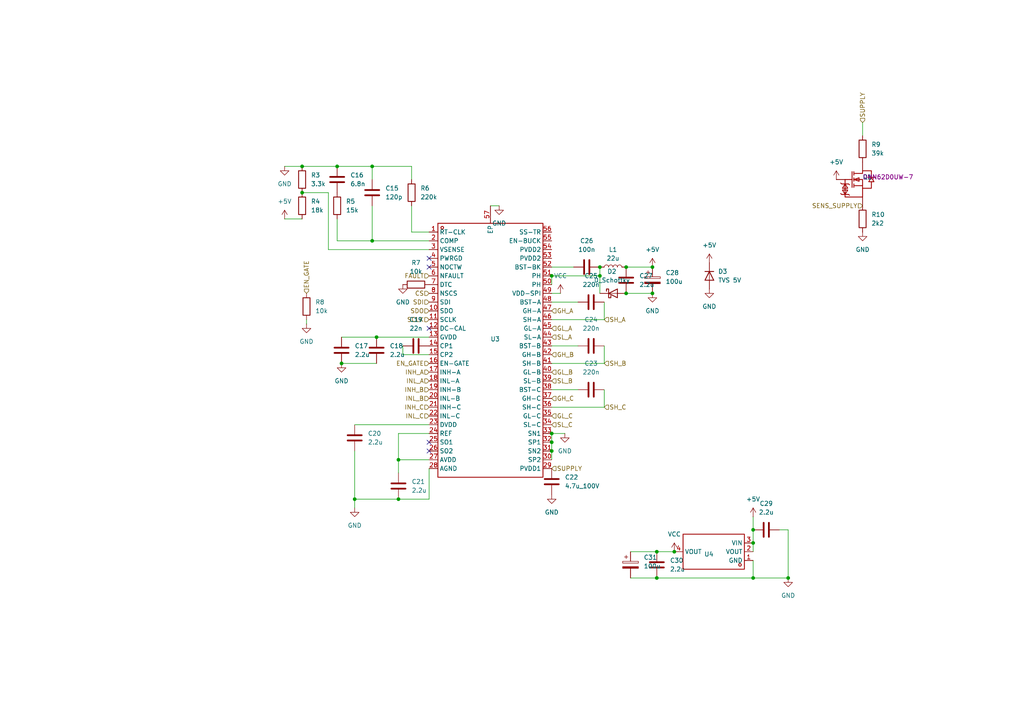
<source format=kicad_sch>
(kicad_sch (version 20231120) (generator "eeschema") (generator_version "8.0")
  (paper "A4")
  (lib_symbols
    (symbol "Device:C" (pin_numbers hide) (pin_names (offset 0.254))
      (property "Reference" "C" (at 0.635 2.54 0))
      (property "Value" "C" (at 0.635 -2.54 0))
      (symbol "C_0_1"
        (polyline (pts (xy -2.032 -0.762) (xy 2.032 -0.762)) (stroke (width 0.508)))
        (polyline (pts (xy -2.032 0.762) (xy 2.032 0.762)) (stroke (width 0.508)))
      )
      (symbol "C_1_1"
        (pin passive line (at 0 3.81 270) (length 2.794) (name "~") (number "1"))
        (pin passive line (at 0 -3.81 90) (length 2.794) (name "~") (number "2"))
      )
    )
    (symbol "Device:C_Polarized" (pin_numbers hide) (pin_names (offset 0.254))
      (property "Reference" "C" (at 0.635 2.54 0))
      (property "Value" "C_Polarized" (at 0.635 -2.54 0))
      (symbol "C_Polarized_0_1"
        (rectangle (start -2.286 0.508) (end 2.286 1.016))
        (polyline (pts (xy -1.778 2.286) (xy -0.762 2.286)))
        (polyline (pts (xy -1.27 2.794) (xy -1.27 1.778)))
        (rectangle (start 2.286 -0.508) (end -2.286 -1.016) (fill (type outline)))
      )
      (symbol "C_Polarized_1_1"
        (pin passive line (at 0 3.81 270) (length 2.794) (name "~") (number "1"))
        (pin passive line (at 0 -3.81 90) (length 2.794) (name "~") (number "2"))
      )
    )
    (symbol "Device:D" (pin_numbers hide) (pin_names (offset 1.016) hide)
      (property "Reference" "D" (at 0 2.54 0))
      (property "Value" "D" (at 0 -2.54 0))
      (symbol "D_0_1"
        (polyline (pts (xy -1.27 1.27) (xy -1.27 -1.27)) (stroke (width 0.254)))
        (polyline (pts (xy 1.27 0) (xy -1.27 0)))
        (polyline (pts (xy 1.27 1.27) (xy 1.27 -1.27) (xy -1.27 0) (xy 1.27 1.27)) (stroke (width 0.254)))
      )
      (symbol "D_1_1"
        (pin passive line (at -3.81 0 0) (length 2.54) (name "K") (number "1"))
        (pin passive line (at 3.81 0 180) (length 2.54) (name "A") (number "2"))
      )
    )
    (symbol "Device:D_Schottky" (pin_numbers hide) (pin_names (offset 1.016) hide)
      (property "Reference" "D" (at 0 2.54 0))
      (property "Value" "D_Schottky" (at 0 -2.54 0))
      (symbol "D_Schottky_0_1"
        (polyline (pts (xy 1.27 0) (xy -1.27 0)))
        (polyline (pts (xy 1.27 1.27) (xy 1.27 -1.27) (xy -1.27 0) (xy 1.27 1.27)) (stroke (width 0.254)))
        (polyline (pts (xy -1.905 0.635) (xy -1.905 1.27) (xy -1.27 1.27) (xy -1.27 -1.27) (xy -0.635 -1.27) (xy -0.635 -0.635)) (stroke (width 0.254)))
      )
      (symbol "D_Schottky_1_1"
        (pin passive line (at -3.81 0 0) (length 2.54) (name "K") (number "1"))
        (pin passive line (at 3.81 0 180) (length 2.54) (name "A") (number "2"))
      )
    )
    (symbol "Device:L" (pin_numbers hide) (pin_names (offset 1.016) hide)
      (property "Reference" "L" (at -1.27 0 90))
      (property "Value" "L" (at 1.905 0 90))
      (symbol "L_0_1"
        (arc (start 0 -2.54) (mid 0.6323 -1.905) (end 0 -1.27))
        (arc (start 0 -1.27) (mid 0.6323 -0.635) (end 0 0))
        (arc (start 0 0) (mid 0.6323 0.635) (end 0 1.27))
        (arc (start 0 1.27) (mid 0.6323 1.905) (end 0 2.54))
      )
      (symbol "L_1_1"
        (pin passive line (at 0 3.81 270) (length 1.27) (name "1") (number "1"))
        (pin passive line (at 0 -3.81 90) (length 1.27) (name "2") (number "2"))
      )
    )
    (symbol "Device:R" (pin_numbers hide) (pin_names (offset 0))
      (property "Reference" "R" (at 2.032 0 90))
      (property "Value" "R" (at 0 0 90))
      (symbol "R_0_1"
        (rectangle (start -1.016 -2.54) (end 1.016 2.54) (stroke (width 0.254)))
      )
      (symbol "R_1_1"
        (pin passive line (at 0 3.81 270) (length 1.27) (name "~") (number "1"))
        (pin passive line (at 0 -3.81 90) (length 1.27) (name "~") (number "2"))
      )
    )
    (symbol "eskate-altium-import:root_0_DMN62D0UW-7"
      (symbol "root_0_DMN62D0UW-7_1_0"
        (polyline (pts (xy -3.048 2.286) (xy -3.048 -2.286)) (stroke (width 0.254) (color 160 0 0 1)))
        (polyline (pts (xy -2.54 -2.286) (xy -2.54 -1.27)) (stroke (width 0.254) (color 160 0 0 1)))
        (polyline (pts (xy -2.54 -0.508) (xy -2.54 0.508)) (stroke (width 0.254) (color 160 0 0 1)))
        (polyline (pts (xy -2.54 2.286) (xy -2.54 1.27)) (stroke (width 0.254) (color 160 0 0 1)))
        (polyline (pts (xy 0 -1.778) (xy -2.54 -1.778)) (stroke (width 0.254) (color 160 0 0 1)))
        (polyline (pts (xy -5.08 -4.318) (xy -4.318 -3.048) (xy -4.318 -3.048) (xy -5.842 -3.048) (xy -5.842 -3.048) (xy -5.08 -4.318)) (stroke (width 0.254) (color 160 0 0 1)))
        (polyline (pts (xy -5.08 -1.27) (xy -5.842 -2.54) (xy -5.842 -2.54) (xy -4.318 -2.54) (xy -4.318 -2.54) (xy -5.08 -1.27)) (stroke (width 0.254) (color 160 0 0 1)))
        (polyline (pts (xy -2.54 0) (xy -1.016 -0.508) (xy -1.016 -0.508) (xy -1.016 0.508) (xy -1.016 0.508) (xy -2.54 0)) (stroke (width 0.254) (color 160 0 0 1)))
        (polyline (pts (xy 2.54 0.635) (xy 1.778 -0.635) (xy 1.778 -0.635) (xy 3.302 -0.635) (xy 3.302 -0.635) (xy 2.54 0.635)) (stroke (width 0.254) (color 160 0 0 1)))
        (polyline (pts (xy 3.556 0.635) (xy 3.048 0.635) (xy 3.048 0.635) (xy 2.032 0.635) (xy 2.032 0.635) (xy 1.524 0.635)) (stroke (width 0.254) (color 160 0 0 1)))
        (polyline (pts (xy -3.048 0) (xy -5.08 0) (xy -5.08 0) (xy -5.08 -5.08) (xy -5.08 -5.08) (xy 0 -5.08) (xy 0 -5.08) (xy 0 -2.54)) (stroke (width 0.254) (color 160 0 0 1)))
        (polyline (pts (xy -2.54 0) (xy 0 0) (xy 0 0) (xy 0 -2.54) (xy 0 -2.54) (xy 2.54 -2.54) (xy 2.54 -2.54) (xy 2.54 -0.762)) (stroke (width 0.254) (color 160 0 0 1)))
        (polyline (pts (xy -2.54 1.778) (xy 0 1.778) (xy 0 1.778) (xy 0 2.54) (xy 0 2.54) (xy 2.54 2.54) (xy 2.54 2.54) (xy 2.54 0.762)) (stroke (width 0.254) (color 160 0 0 1)))
        (polyline (pts (xy -6.35 -1.016) (xy -6.096 -1.27) (xy -6.096 -1.27) (xy -5.588 -1.27) (xy -5.588 -1.27) (xy -4.572 -1.27) (xy -4.572 -1.27) (xy -4.064 -1.27) (xy -4.064 -1.27) (xy -3.81 -1.524)) (stroke (width 0.254) (color 160 0 0 1)))
        (polyline (pts (xy -3.81 -4.572) (xy -4.064 -4.318) (xy -4.064 -4.318) (xy -4.572 -4.318) (xy -4.572 -4.318) (xy -5.588 -4.318) (xy -5.588 -4.318) (xy -6.096 -4.318) (xy -6.096 -4.318) (xy -6.35 -4.064)) (stroke (width 0.254) (color 160 0 0 1)))
        (pin passive line (at -7.62 0 0) (length 2.54) (name "G") (number "1"))
        (pin passive line (at 0 -7.62 90) (length 2.54) (name "S") (number "2"))
        (pin passive line (at 0 5.08 270) (length 2.54) (name "D") (number "3"))
      )
    )
    (symbol "eskate-altium-import:root_0_DRV8301DCAR"
      (symbol "root_0_DRV8301DCAR_1_0"
        (rectangle (start -15.24 34.29) (end 15.24 -39.37) (stroke (width 0.254) (color 160 0 0 1)))
        (circle (center -13.97 33.02) (radius 0.381) (stroke (width 0.254) (color 160 0 0 1)))
        (pin passive line (at -17.78 31.75 0) (length 2.54) (name "RT-CLK") (number "1"))
        (pin passive line (at -17.78 8.89 0) (length 2.54) (name "SDO") (number "10"))
        (pin passive line (at -17.78 6.35 0) (length 2.54) (name "SCLK") (number "11"))
        (pin passive line (at -17.78 3.81 0) (length 2.54) (name "DC-CAL") (number "12"))
        (pin passive line (at -17.78 1.27 0) (length 2.54) (name "GVDD") (number "13"))
        (pin passive line (at -17.78 -1.27 0) (length 2.54) (name "CP1") (number "14"))
        (pin passive line (at -17.78 -3.81 0) (length 2.54) (name "CP2") (number "15"))
        (pin passive line (at -17.78 -6.35 0) (length 2.54) (name "EN-GATE") (number "16"))
        (pin passive line (at -17.78 -8.89 0) (length 2.54) (name "INH-A") (number "17"))
        (pin passive line (at -17.78 -11.43 0) (length 2.54) (name "INL-A") (number "18"))
        (pin passive line (at -17.78 -13.97 0) (length 2.54) (name "INH-B") (number "19"))
        (pin passive line (at -17.78 29.21 0) (length 2.54) (name "COMP") (number "2"))
        (pin passive line (at -17.78 -16.51 0) (length 2.54) (name "INL-B") (number "20"))
        (pin passive line (at -17.78 -19.05 0) (length 2.54) (name "INH-C") (number "21"))
        (pin passive line (at -17.78 -21.59 0) (length 2.54) (name "INL-C") (number "22"))
        (pin passive line (at -17.78 -24.13 0) (length 2.54) (name "DVDD") (number "23"))
        (pin passive line (at -17.78 -26.67 0) (length 2.54) (name "REF") (number "24"))
        (pin passive line (at -17.78 -29.21 0) (length 2.54) (name "SO1") (number "25"))
        (pin passive line (at -17.78 -31.75 0) (length 2.54) (name "SO2") (number "26"))
        (pin passive line (at -17.78 -34.29 0) (length 2.54) (name "AVDD") (number "27"))
        (pin passive line (at -17.78 -36.83 0) (length 2.54) (name "AGND") (number "28"))
        (pin passive line (at 17.78 -36.83 180) (length 2.54) (name "PVDD1") (number "29"))
        (pin passive line (at -17.78 26.67 0) (length 2.54) (name "VSENSE") (number "3"))
        (pin passive line (at 17.78 -34.29 180) (length 2.54) (name "SP2") (number "30"))
        (pin passive line (at 17.78 -31.75 180) (length 2.54) (name "SN2") (number "31"))
        (pin passive line (at 17.78 -29.21 180) (length 2.54) (name "SP1") (number "32"))
        (pin passive line (at 17.78 -26.67 180) (length 2.54) (name "SN1") (number "33"))
        (pin passive line (at 17.78 -24.13 180) (length 2.54) (name "SL-C") (number "34"))
        (pin passive line (at 17.78 -21.59 180) (length 2.54) (name "GL-C") (number "35"))
        (pin passive line (at 17.78 -19.05 180) (length 2.54) (name "SH-C") (number "36"))
        (pin passive line (at 17.78 -16.51 180) (length 2.54) (name "GH-C") (number "37"))
        (pin passive line (at 17.78 -13.97 180) (length 2.54) (name "BST-C") (number "38"))
        (pin passive line (at 17.78 -11.43 180) (length 2.54) (name "SL-B") (number "39"))
        (pin passive line (at -17.78 24.13 0) (length 2.54) (name "PWRGD") (number "4"))
        (pin passive line (at 17.78 -8.89 180) (length 2.54) (name "GL-B") (number "40"))
        (pin passive line (at 17.78 -6.35 180) (length 2.54) (name "SH-B") (number "41"))
        (pin passive line (at 17.78 -3.81 180) (length 2.54) (name "GH-B") (number "42"))
        (pin passive line (at 17.78 -1.27 180) (length 2.54) (name "BST-B") (number "43"))
        (pin passive line (at 17.78 1.27 180) (length 2.54) (name "SL-A") (number "44"))
        (pin passive line (at 17.78 3.81 180) (length 2.54) (name "GL-A") (number "45"))
        (pin passive line (at 17.78 6.35 180) (length 2.54) (name "SH-A") (number "46"))
        (pin passive line (at 17.78 8.89 180) (length 2.54) (name "GH-A") (number "47"))
        (pin passive line (at 17.78 11.43 180) (length 2.54) (name "BST-A") (number "48"))
        (pin passive line (at 17.78 13.97 180) (length 2.54) (name "VDD-SPI") (number "49"))
        (pin passive line (at -17.78 21.59 0) (length 2.54) (name "NOCTW") (number "5"))
        (pin passive line (at 17.78 16.51 180) (length 2.54) (name "PH") (number "50"))
        (pin passive line (at 17.78 19.05 180) (length 2.54) (name "PH") (number "51"))
        (pin passive line (at 17.78 21.59 180) (length 2.54) (name "BST-BK") (number "52"))
        (pin passive line (at 17.78 24.13 180) (length 2.54) (name "PVDD2") (number "53"))
        (pin passive line (at 17.78 26.67 180) (length 2.54) (name "PVDD2") (number "54"))
        (pin passive line (at 17.78 29.21 180) (length 2.54) (name "EN-BUCK") (number "55"))
        (pin passive line (at 17.78 31.75 180) (length 2.54) (name "SS-TR") (number "56"))
        (pin passive line (at 0 39.37 270) (length 5.08) (name "EP") (number "57"))
        (pin passive line (at -17.78 19.05 0) (length 2.54) (name "NFAULT") (number "6"))
        (pin passive line (at -17.78 16.51 0) (length 2.54) (name "DTC") (number "7"))
        (pin passive line (at -17.78 13.97 0) (length 2.54) (name "NSCS") (number "8"))
        (pin passive line (at -17.78 11.43 0) (length 2.54) (name "SDI") (number "9"))
      )
    )
    (symbol "eskate-altium-import:root_0_TC2117-3.3VDBTR"
      (symbol "root_0_TC2117-3.3VDBTR_1_0"
        (rectangle (start -8.89 5.08) (end 8.89 -5.08) (stroke (width 0.254) (color 160 0 0 1)))
        (circle (center -7.62 3.81) (radius 0.381) (stroke (width 0.254) (color 160 0 0 1)))
        (pin passive line (at -11.43 2.54 0) (length 2.54) (name "GND") (number "1"))
        (pin passive line (at -11.43 0 0) (length 2.54) (name "VOUT") (number "2"))
        (pin passive line (at -11.43 -2.54 0) (length 2.54) (name "VIN") (number "3"))
        (pin passive line (at 11.43 0 180) (length 2.54) (name "VOUT") (number "4"))
      )
    )
    (symbol "power:+5V" (power) (pin_numbers hide) (pin_names (offset 0) hide)
      (property "Value" "+5V" (at 0 3.556 0))
      (symbol "+5V_0_1"
        (polyline (pts (xy -0.762 1.27) (xy 0 2.54)))
        (polyline (pts (xy 0 0) (xy 0 2.54)))
        (polyline (pts (xy 0 2.54) (xy 0.762 1.27)))
      )
      (symbol "+5V_1_1"
        (pin power_in line (at 0 0 90) (length 0) (name "~") (number "1"))
      )
    )
    (symbol "power:GND" (power) (pin_numbers hide) (pin_names (offset 0) hide)
      (property "Value" "GND" (at 0 -3.81 0))
      (symbol "GND_0_1"
        (polyline (pts (xy 0 0) (xy 0 -1.27) (xy 1.27 -1.27) (xy 0 -2.54) (xy -1.27 -1.27) (xy 0 -1.27)))
      )
      (symbol "GND_1_1"
        (pin power_in line (at 0 0 270) (length 0) (name "~") (number "1"))
      )
    )
    (symbol "power:VCC" (power) (pin_numbers hide) (pin_names (offset 0) hide)
      (property "Value" "VCC" (at 0 3.556 0))
      (symbol "VCC_0_1"
        (polyline (pts (xy -0.762 1.27) (xy 0 2.54)))
        (polyline (pts (xy 0 0) (xy 0 2.54)))
        (polyline (pts (xy 0 2.54) (xy 0.762 1.27)))
      )
      (symbol "VCC_1_1"
        (pin power_in line (at 0 0 90) (length 0) (name "~") (number "1"))
      )
    )
  )
  (junction (at 107.95 48.26))
  (junction (at 109.22 97.79))
  (junction (at 190.5 167.64))
  (junction (at 160.02 80.01))
  (junction (at 87.63 55.88))
  (junction (at 97.79 48.26))
  (junction (at 115.57 144.78))
  (junction (at 228.6 167.64))
  (junction (at 195.58 160.02))
  (junction (at 87.63 48.26))
  (junction (at 218.44 167.64))
  (junction (at 189.23 77.47))
  (junction (at 99.06 105.41))
  (junction (at 190.5 160.02))
  (junction (at 173.99 80.01))
  (junction (at 189.23 85.09))
  (junction (at 173.99 77.47))
  (junction (at 181.61 85.09))
  (junction (at 218.44 157.48))
  (junction (at 218.44 153.67))
  (junction (at 102.87 144.78))
  (junction (at 115.57 133.35))
  (junction (at 160.02 128.27))
  (junction (at 181.61 77.47))
  (junction (at 160.02 125.73))
  (junction (at 160.02 130.81))
  (junction (at 107.95 69.85))
  (no_connect (at 124.46 95.25))
  (no_connect (at 124.46 74.93))
  (no_connect (at 124.46 128.27))
  (no_connect (at 124.46 77.47))
  (no_connect (at 124.46 130.81))
  (wire (pts (xy 115.57 133.35) (xy 115.57 137.16)))
  (wire (pts (xy 99.06 105.41) (xy 109.22 105.41)))
  (wire (pts (xy 160.02 128.27) (xy 160.02 125.73)))
  (wire (pts (xy 87.63 48.26) (xy 97.79 48.26)))
  (wire (pts (xy 116.84 102.87) (xy 124.46 102.87)))
  (wire (pts (xy 173.99 85.09) (xy 173.99 80.01)))
  (wire (pts (xy 175.26 100.33) (xy 175.26 105.41)))
  (wire (pts (xy 115.57 133.35) (xy 124.46 133.35)))
  (wire (pts (xy 99.06 97.79) (xy 109.22 97.79)))
  (wire (pts (xy 181.61 85.09) (xy 189.23 85.09)))
  (wire (pts (xy 95.25 55.88) (xy 95.25 72.39)))
  (wire (pts (xy 97.79 63.5) (xy 97.79 69.85)))
  (wire (pts (xy 160.02 130.81) (xy 160.02 128.27)))
  (wire (pts (xy 107.95 48.26) (xy 119.38 48.26)))
  (wire (pts (xy 175.26 113.03) (xy 175.26 118.11)))
  (wire (pts (xy 102.87 144.78) (xy 102.87 130.81)))
  (wire (pts (xy 107.95 59.69) (xy 107.95 69.85)))
  (wire (pts (xy 95.25 72.39) (xy 124.46 72.39)))
  (wire (pts (xy 119.38 67.31) (xy 119.38 59.69)))
  (wire (pts (xy 160.02 133.35) (xy 160.02 130.81)))
  (wire (pts (xy 124.46 67.31) (xy 119.38 67.31)))
  (wire (pts (xy 109.22 97.79) (xy 124.46 97.79)))
  (wire (pts (xy 160.02 80.01) (xy 173.99 80.01)))
  (wire (pts (xy 218.44 153.67) (xy 218.44 157.48)))
  (wire (pts (xy 102.87 123.19) (xy 124.46 123.19)))
  (wire (pts (xy 167.64 87.63) (xy 160.02 87.63)))
  (wire (pts (xy 160.02 85.09) (xy 162.56 85.09)))
  (wire (pts (xy 250.19 35.56) (xy 250.19 39.37)))
  (wire (pts (xy 160.02 80.01) (xy 160.02 82.55)))
  (wire (pts (xy 124.46 125.73) (xy 115.57 125.73)))
  (wire (pts (xy 182.88 160.02) (xy 190.5 160.02)))
  (wire (pts (xy 116.84 100.33) (xy 116.84 102.87)))
  (wire (pts (xy 190.5 167.64) (xy 218.44 167.64)))
  (wire (pts (xy 228.6 167.64) (xy 218.44 167.64)))
  (wire (pts (xy 97.79 48.26) (xy 107.95 48.26)))
  (wire (pts (xy 218.44 157.48) (xy 218.44 160.02)))
  (wire (pts (xy 160.02 105.41) (xy 175.26 105.41)))
  (wire (pts (xy 142.24 59.69) (xy 144.78 59.69)))
  (wire (pts (xy 167.64 113.03) (xy 160.02 113.03)))
  (wire (pts (xy 228.6 153.67) (xy 228.6 167.64)))
  (wire (pts (xy 102.87 144.78) (xy 115.57 144.78)))
  (wire (pts (xy 167.64 100.33) (xy 160.02 100.33)))
  (wire (pts (xy 115.57 125.73) (xy 115.57 133.35)))
  (wire (pts (xy 181.61 77.47) (xy 189.23 77.47)))
  (wire (pts (xy 226.06 153.67) (xy 228.6 153.67)))
  (wire (pts (xy 160.02 77.47) (xy 166.37 77.47)))
  (wire (pts (xy 160.02 92.71) (xy 175.26 92.71)))
  (wire (pts (xy 218.44 167.64) (xy 218.44 162.56)))
  (wire (pts (xy 218.44 149.86) (xy 218.44 153.67)))
  (wire (pts (xy 124.46 144.78) (xy 115.57 144.78)))
  (wire (pts (xy 102.87 147.32) (xy 102.87 144.78)))
  (wire (pts (xy 97.79 69.85) (xy 107.95 69.85)))
  (wire (pts (xy 82.55 48.26) (xy 87.63 48.26)))
  (wire (pts (xy 82.55 63.5) (xy 87.63 63.5)))
  (wire (pts (xy 182.88 167.64) (xy 190.5 167.64)))
  (wire (pts (xy 173.99 80.01) (xy 173.99 77.47)))
  (wire (pts (xy 107.95 69.85) (xy 124.46 69.85)))
  (wire (pts (xy 107.95 48.26) (xy 107.95 52.07)))
  (wire (pts (xy 88.9 92.71) (xy 88.9 93.98)))
  (wire (pts (xy 160.02 118.11) (xy 175.26 118.11)))
  (wire (pts (xy 87.63 55.88) (xy 95.25 55.88)))
  (wire (pts (xy 160.02 125.73) (xy 163.83 125.73)))
  (wire (pts (xy 175.26 87.63) (xy 175.26 92.71)))
  (wire (pts (xy 124.46 135.89) (xy 124.46 144.78)))
  (wire (pts (xy 190.5 160.02) (xy 195.58 160.02)))
  (wire (pts (xy 119.38 48.26) (xy 119.38 52.07)))
  (hierarchical_label "SH_A" (shape input) (at 175.26 92.71 0))
  (hierarchical_label "CS" (shape input) (at 124.46 85.09 180))
  (hierarchical_label "INH_B" (shape input) (at 124.46 113.03 180))
  (hierarchical_label "INH_A" (shape input) (at 124.46 107.95 180))
  (hierarchical_label "INL_C" (shape input) (at 124.46 120.65 180))
  (hierarchical_label "SL_B" (shape input) (at 160.02 110.49 0))
  (hierarchical_label "EN_GATE" (shape input) (at 88.9 85.09 90))
  (hierarchical_label "FAULT" (shape input) (at 124.46 80.01 180))
  (hierarchical_label "SDI" (shape input) (at 124.46 87.63 180))
  (hierarchical_label "GL_A" (shape input) (at 160.02 95.25 0))
  (hierarchical_label "SL_A" (shape input) (at 160.02 97.79 0))
  (hierarchical_label "INL_B" (shape input) (at 124.46 115.57 180))
  (hierarchical_label "SCLK" (shape input) (at 124.46 92.71 180))
  (hierarchical_label "SUPPLY" (shape input) (at 250.19 35.56 90))
  (hierarchical_label "SH_B" (shape input) (at 175.26 105.41 0))
  (hierarchical_label "EN_GATE" (shape input) (at 124.46 105.41 180))
  (hierarchical_label "SL_C" (shape input) (at 160.02 123.19 0))
  (hierarchical_label "SUPPLY" (shape input) (at 160.02 135.89 0))
  (hierarchical_label "GH_A" (shape input) (at 160.02 90.17 0))
  (hierarchical_label "GL_B" (shape input) (at 160.02 107.95 0))
  (hierarchical_label "GL_C" (shape input) (at 160.02 120.65 0))
  (hierarchical_label "INL_A" (shape input) (at 124.46 110.49 180))
  (hierarchical_label "INH_C" (shape input) (at 124.46 118.11 180))
  (hierarchical_label "SDO" (shape input) (at 124.46 90.17 180))
  (hierarchical_label "SH_C" (shape input) (at 175.26 118.11 0))
  (hierarchical_label "GH_C" (shape input) (at 160.02 115.57 0))
  (hierarchical_label "SENS_SUPPLY" (shape input) (at 250.19 59.69 180))
  (hierarchical_label "GH_B" (shape input) (at 160.02 102.87 0))
  (symbol (lib_id "power:+5V") (at 205.74 76.2 0) (unit 1)
    (property "Reference" "#PWR026" (effects (hide yes)))
    (property "Value" "+5V" (at 205.74 71.12 0))
    (property "Description" "Power symbol creates a global label with name \"+5V\"" (effects (hide yes)))
  )
  (symbol (lib_id "Device:C") (at 102.87 127 0) (unit 1)
    (property "Reference" "C20" (at 106.68 125.7299 0) (effects (justify left)))
    (property "Value" "2.2u" (at 106.68 128.2699 0) (effects (justify left)))
    (property "Description" "Unpolarized capacitor" (effects (hide yes)))
  )
  (symbol (lib_id "Device:C") (at 107.95 55.88 0) (unit 1)
    (property "Reference" "C15" (at 111.76 54.6099 0) (effects (justify left)))
    (property "Value" "120p" (at 111.76 57.1499 0) (effects (justify left)))
    (property "Description" "Unpolarized capacitor" (effects (hide yes)))
  )
  (symbol (lib_id "power:GND") (at 82.55 48.26 0) (unit 1)
    (property "Reference" "#PWR015" (effects (hide yes)))
    (property "Value" "GND" (at 82.55 53.34 0))
    (property "Description" "Power symbol creates a global label with name \"GND\" , ground" (effects (hide yes)))
  )
  (symbol (lib_id "Device:R") (at 88.9 88.9 0) (unit 1)
    (property "Reference" "R8" (at 91.44 87.6299 0) (effects (justify left)))
    (property "Value" "10k" (at 91.44 90.1699 0) (effects (justify left)))
    (property "Description" "Resistor" (effects (hide yes)))
  )
  (symbol (lib_id "Device:R") (at 250.19 43.18 0) (unit 1)
    (property "Reference" "R9" (at 252.73 41.9099 0) (effects (justify left)))
    (property "Value" "39k" (at 252.73 44.4499 0) (effects (justify left)))
    (property "Description" "Resistor" (effects (hide yes)))
  )
  (symbol (lib_id "power:GND") (at 88.9 93.98 0) (unit 1)
    (property "Reference" "#PWR024" (effects (hide yes)))
    (property "Value" "GND" (at 88.9 99.06 0))
    (property "Description" "Power symbol creates a global label with name \"GND\" , ground" (effects (hide yes)))
  )
  (symbol (lib_id "power:VCC") (at 162.56 85.09 0) (unit 1)
    (property "Reference" "#PWR022" (effects (hide yes)))
    (property "Value" "VCC" (at 162.56 80.01 0))
    (property "Description" "Power symbol creates a global label with name \"VCC\"" (effects (hide yes)))
  )
  (symbol (lib_id "Device:R") (at 87.63 59.69 0) (unit 1)
    (property "Reference" "R4" (at 90.17 58.4199 0) (effects (justify left)))
    (property "Value" "18k" (at 90.17 60.9599 0) (effects (justify left)))
    (property "Description" "Resistor" (effects (hide yes)))
  )
  (symbol (lib_id "power:VCC") (at 195.58 160.02 0) (unit 1)
    (property "Reference" "#PWR032" (effects (hide yes)))
    (property "Value" "VCC" (at 195.58 154.94 0))
    (property "Description" "Power symbol creates a global label with name \"VCC\"" (effects (hide yes)))
  )
  (symbol (lib_id "Device:C_Polarized") (at 182.88 163.83 0) (unit 1)
    (property "Reference" "C31" (at 186.69 161.6709 0) (effects (justify left)))
    (property "Value" "100u" (at 186.69 164.2109 0) (effects (justify left)))
    (property "Description" "Polarized capacitor" (effects (hide yes)))
  )
  (symbol (lib_id "Device:C") (at 190.5 163.83 0) (unit 1)
    (property "Reference" "C30" (at 194.31 162.5599 0) (effects (justify left)))
    (property "Value" "2.2u" (at 194.31 165.0999 0) (effects (justify left)))
    (property "Description" "Unpolarized capacitor" (effects (hide yes)))
  )
  (symbol (lib_id "power:GND") (at 250.19 67.31 0) (unit 1)
    (property "Reference" "#PWR029" (effects (hide yes)))
    (property "Value" "GND" (at 250.19 72.39 0))
    (property "Description" "Power symbol creates a global label with name \"GND\" , ground" (effects (hide yes)))
  )
  (symbol (lib_id "Device:C") (at 222.25 153.67 90) (unit 1)
    (property "Reference" "C29" (at 222.25 146.05 90))
    (property "Value" "2.2u" (at 222.25 148.59 90))
    (property "Description" "Unpolarized capacitor" (effects (hide yes)))
  )
  (symbol (lib_id "Device:D_Schottky") (at 177.8 85.09 0) (unit 1)
    (property "Reference" "D2" (at 177.4825 78.74 0))
    (property "Value" "D_Schottky" (at 177.4825 81.28 0))
    (property "Description" "Schottky diode" (effects (hide yes)))
  )
  (symbol (lib_id "Device:C") (at 171.45 87.63 90) (unit 1)
    (property "Reference" "C25" (at 171.45 80.01 90))
    (property "Value" "220n" (at 171.45 82.55 90))
    (property "Description" "Unpolarized capacitor" (effects (hide yes)))
  )
  (symbol (lib_id "power:GND") (at 99.06 105.41 0) (unit 1)
    (property "Reference" "#PWR017" (effects (hide yes)))
    (property "Value" "GND" (at 99.06 110.49 0))
    (property "Description" "Power symbol creates a global label with name \"GND\" , ground" (effects (hide yes)))
  )
  (symbol (lib_id "Device:C") (at 115.57 140.97 0) (unit 1)
    (property "Reference" "C21" (at 119.38 139.6999 0) (effects (justify left)))
    (property "Value" "2.2u" (at 119.38 142.2399 0) (effects (justify left)))
    (property "Description" "Unpolarized capacitor" (effects (hide yes)))
  )
  (symbol (lib_id "eskate-altium-import:root_0_DMN62D0UW-7") (at 250.19 52.07 0) (unit 1)
    (property "Reference" "Q1" (at 250.19 52.07 0) (effects (justify left bottom)))
    (property "Value" "${MANUFACTURER PART}" (effects (hide yes)))
    (property "Footprint" "SOT-323-3_L2.2-W1.3-P1.30-LS2.1-BR" (effects (hide yes)))
    (property "SYMBOL" "DMN62D0UW-7" (at 250.19 52.07 0) (effects (justify left bottom)))
    (property "DEVICE" "DMN62D0UW-7" (effects (hide yes)))
    (property "LCSC PART NAME" "1个N沟道 耐压:60V 电流:340mA" (effects (hide yes)))
    (property "SUPPLIER PART" "C151358" (effects (hide yes)))
    (property "MANUFACTURER" "DIODES(美台)" (effects (hide yes)))
    (property "MANUFACTURER PART" "DMN62D0UW-7" (effects (hide yes)))
    (property "SUPPLIER FOOTPRINT" "SOT-323-3" (effects (hide yes)))
    (property "JLCPCB PART CLASS" "Extended Part" (effects (hide yes)))
    (property "DATASHEET" "https://atta.szlcsc.com/upload/public/pdf/source/20210316/C151358_77A317229BAFCB79ABAE56FD0D7BC675.pdf" (effects (hide yes)))
    (property "SUPPLIER" "LCSC" (effects (hide yes)))
    (property "ADD INTO BOM" "yes" (effects (hide yes)))
    (property "CONVERT TO PCB" "yes" (effects (hide yes)))
    (property "TYPE" "1个N沟道" (effects (hide yes)))
    (property "DRAIN SOURCE VOLTAGE (VDSS)" "60V" (effects (hide yes)))
    (property "CONTINUOUS DRAIN CURRENT (ID)" "340mA" (effects (hide yes)))
    (property "POWER DISSIPATION (PD)" "320mW" (effects (hide yes)))
    (property "DRAIN SOURCE ON RESISTANCE (RDS(ON)@VGS,ID)" "2Ω@100mA,4.5V" (effects (hide yes)))
    (property "GATE THRESHOLD VOLTAGE (VGS(TH)@ID)" "1V@250uA" (effects (hide yes)))
    (property "TOTAL GATE CHARGE (QG@VGS)" "500pC@4.5V" (effects (hide yes)))
    (property "INPUT CAPACITANCE (CISS@VDS)" "32pF@30V" (effects (hide yes)))
    (property "REVERSE TRANSFER CAPACITANCE (CRSS@VDS)" "-" (effects (hide yes)))
    (property "OPERATING TEMPERATURE" "-55℃~+150℃@(Tj)" (effects (hide yes)))
  )
  (symbol (lib_id "Device:C") (at 160.02 139.7 0) (unit 1)
    (property "Reference" "C22" (at 163.83 138.4299 0) (effects (justify left)))
    (property "Value" "4.7u_100V" (at 163.83 140.9699 0) (effects (justify left)))
    (property "Description" "Unpolarized capacitor" (effects (hide yes)))
  )
  (symbol (lib_id "Device:C_Polarized") (at 189.23 81.28 0) (unit 1)
    (property "Reference" "C28" (at 193.04 79.1209 0) (effects (justify left)))
    (property "Value" "100u" (at 193.04 81.6609 0) (effects (justify left)))
    (property "Description" "Polarized capacitor" (effects (hide yes)))
  )
  (symbol (lib_id "Device:R") (at 120.65 82.55 90) (unit 1)
    (property "Reference" "R7" (at 120.65 76.2 90))
    (property "Value" "10k" (at 120.65 78.74 90))
    (property "Description" "Resistor" (effects (hide yes)))
  )
  (symbol (lib_id "Device:R") (at 119.38 55.88 0) (unit 1)
    (property "Reference" "R6" (at 121.92 54.6099 0) (effects (justify left)))
    (property "Value" "220k" (at 121.92 57.1499 0) (effects (justify left)))
    (property "Description" "Resistor" (effects (hide yes)))
  )
  (symbol (lib_id "power:GND") (at 102.87 147.32 0) (unit 1)
    (property "Reference" "#PWR018" (effects (hide yes)))
    (property "Value" "GND" (at 102.87 152.4 0))
    (property "Description" "Power symbol creates a global label with name \"GND\" , ground" (effects (hide yes)))
  )
  (symbol (lib_id "power:GND") (at 205.74 83.82 0) (unit 1)
    (property "Reference" "#PWR027" (effects (hide yes)))
    (property "Value" "GND" (at 205.74 88.9 0))
    (property "Description" "Power symbol creates a global label with name \"GND\" , ground" (effects (hide yes)))
  )
  (symbol (lib_id "power:GND") (at 144.78 59.69 0) (unit 1)
    (property "Reference" "#PWR019" (effects (hide yes)))
    (property "Value" "GND" (at 144.78 64.77 0))
    (property "Description" "Power symbol creates a global label with name \"GND\" , ground" (effects (hide yes)))
  )
  (symbol (lib_id "power:GND") (at 116.84 82.55 0) (unit 1)
    (property "Reference" "#PWR016" (effects (hide yes)))
    (property "Value" "GND" (at 116.84 87.63 0))
    (property "Description" "Power symbol creates a global label with name \"GND\" , ground" (effects (hide yes)))
  )
  (symbol (lib_id "power:+5V") (at 218.44 149.86 0) (unit 1)
    (property "Reference" "#PWR030" (effects (hide yes)))
    (property "Value" "+5V" (at 218.44 144.78 0))
    (property "Description" "Power symbol creates a global label with name \"+5V\"" (effects (hide yes)))
  )
  (symbol (lib_id "Device:R") (at 250.19 63.5 0) (unit 1)
    (property "Reference" "R10" (at 252.73 62.2299 0) (effects (justify left)))
    (property "Value" "2k2" (at 252.73 64.7699 0) (effects (justify left)))
    (property "Description" "Resistor" (effects (hide yes)))
  )
  (symbol (lib_id "Device:D") (at 205.74 80.01 270) (unit 1)
    (property "Reference" "D3" (at 208.28 78.7399 90) (effects (justify left)))
    (property "Value" "TVS 5V" (at 208.28 81.2799 90) (effects (justify left)))
    (property "Description" "Diode" (effects (hide yes)))
    (property "Sim.Device" "D" (effects (hide yes)))
    (property "Sim.Pins" "1=K 2=A" (effects (hide yes)))
  )
  (symbol (lib_id "Device:R") (at 87.63 52.07 0) (unit 1)
    (property "Reference" "R3" (at 90.17 50.7999 0) (effects (justify left)))
    (property "Value" "3.3k" (at 90.17 53.3399 0) (effects (justify left)))
    (property "Description" "Resistor" (effects (hide yes)))
  )
  (symbol (lib_id "Device:C") (at 97.79 52.07 0) (unit 1)
    (property "Reference" "C16" (at 101.6 50.7999 0) (effects (justify left)))
    (property "Value" "6.8n" (at 101.6 53.3399 0) (effects (justify left)))
    (property "Description" "Unpolarized capacitor" (effects (hide yes)))
  )
  (symbol (lib_id "power:+5V") (at 82.55 63.5 0) (unit 1)
    (property "Reference" "#PWR014" (effects (hide yes)))
    (property "Value" "+5V" (at 82.55 58.42 0))
    (property "Description" "Power symbol creates a global label with name \"+5V\"" (effects (hide yes)))
  )
  (symbol (lib_id "eskate-altium-import:root_0_DRV8301DCAR") (at 142.24 99.06 0) (unit 1)
    (property "Reference" "U3" (at 142.24 99.06 0) (effects (justify left bottom)))
    (property "Value" "${MANUFACTURER PART}" (effects (hide yes)))
    (property "Footprint" "HTSSOP-56_L14.0-W6.0-P0.50-LS8.0-BL" (effects (hide yes)))
    (property "SYMBOL" "DRV8301DCAR" (effects (hide yes)))
    (property "DEVICE" "DRV8301DCAR" (effects (hide yes)))
    (property "LCSC PART NAME" "无刷直流BLDC电机驱动芯片 60V" (effects (hide yes)))
    (property "SUPPLIER PART" "C98969" (effects (hide yes)))
    (property "MANUFACTURER" "TI(德州仪器)" (effects (hide yes)))
    (property "MANUFACTURER PART" "DRV8301DCAR" (effects (hide yes)))
    (property "SUPPLIER FOOTPRINT" "HTSSOP-56-6mm" (effects (hide yes)))
    (property "JLCPCB PART CLASS" "Extended Part" (effects (hide yes)))
    (property "DATASHEET" "https://www.ti.com/cn/lit/gpn/drv8301" (effects (hide yes)))
    (property "SUPPLIER" "LCSC" (effects (hide yes)))
    (property "ADD INTO BOM" "yes" (effects (hide yes)))
    (property "CONVERT TO PCB" "yes" (effects (hide yes)))
  )
  (symbol (lib_id "Device:C") (at 109.22 101.6 0) (unit 1)
    (property "Reference" "C18" (at 113.03 100.3299 0) (effects (justify left)))
    (property "Value" "2.2u" (at 113.03 102.8699 0) (effects (justify left)))
    (property "Description" "Unpolarized capacitor" (effects (hide yes)))
  )
  (symbol (lib_id "eskate-altium-import:root_0_TC2117-3.3VDBTR") (at 207.01 160.02 180) (unit 1)
    (property "Reference" "U4" (at 207.01 160.02 0) (effects (justify left bottom)))
    (property "Value" "${MANUFACTURER PART}" (effects (hide yes)))
    (property "Footprint" "SOT-223_L6.5-W3.5-P2.30-LS7.0-BR" (effects (hide yes)))
    (property "SYMBOL" "TC2117-3.3VDBTR" (effects (hide yes)))
    (property "DEVICE" "TC2117-3.3VDBTR" (effects (hide yes)))
    (property "LCSC PART NAME" "输入6V 输出3.3V 800mA" (effects (hide yes)))
    (property "SUPPLIER PART" "C98655" (effects (hide yes)))
    (property "MANUFACTURER" "MICROCHIP(美国微芯)" (effects (hide yes)))
    (property "MANUFACTURER PART" "TC2117-3.3VDBTR" (effects (hide yes)))
    (property "SUPPLIER FOOTPRINT" "SOT-223" (effects (hide yes)))
    (property "JLCPCB PART CLASS" "Extended Part" (effects (hide yes)))
    (property "DATASHEET" "https://atta.szlcsc.com/upload/public/pdf/source/20180115/C98655_15159960630471267638.pdf" (effects (hide yes)))
    (property "SUPPLIER" "LCSC" (effects (hide yes)))
    (property "ADD INTO BOM" "yes" (effects (hide yes)))
    (property "CONVERT TO PCB" "yes" (effects (hide yes)))
    (property "OUTPUT TYPE" "固定" (effects (hide yes)))
    (property "MAXIMUM INPUT VOLTAGE" "6V" (effects (hide yes)))
    (property "OUTPUT VOLTAGE" "3.3V" (effects (hide yes)))
    (property "MAX OUTPUT CURRENT" "800mA" (effects (hide yes)))
    (property "POWER SUPPLY REJECTION RATIO (PSRR)" "55dB@(1kHz)" (effects (hide yes)))
    (property "DROPOUT VOLTAGE" "1.2V@(800mA)" (effects (hide yes)))
    (property "STANDBY CURRENT" "130uA" (effects (hide yes)))
    (property "OPERATING TEMPERATURE" "-40℃~+125℃@(Tj)" (effects (hide yes)))
    (property "OUTPUT POLARITY" "正极" (effects (hide yes)))
    (property "NUMBER OF OUTPUTS" "1" (effects (hide yes)))
  )
  (symbol (lib_id "Device:C") (at 181.61 81.28 180) (unit 1)
    (property "Reference" "C27" (at 185.42 80.0099 0) (effects (justify right)))
    (property "Value" "2.2u" (at 185.42 82.5499 0) (effects (justify right)))
    (property "Description" "Unpolarized capacitor" (effects (hide yes)))
  )
  (symbol (lib_id "Device:C") (at 170.18 77.47 90) (unit 1)
    (property "Reference" "C26" (at 170.18 69.85 90))
    (property "Value" "100n" (at 170.18 72.39 90))
    (property "Description" "Unpolarized capacitor" (effects (hide yes)))
  )
  (symbol (lib_id "Device:C") (at 120.65 100.33 90) (unit 1)
    (property "Reference" "C19" (at 120.65 92.71 90))
    (property "Value" "22n" (at 120.65 95.25 90))
    (property "Description" "Unpolarized capacitor" (effects (hide yes)))
  )
  (symbol (lib_id "Device:R") (at 97.79 59.69 0) (unit 1)
    (property "Reference" "R5" (at 100.33 58.4199 0) (effects (justify left)))
    (property "Value" "15k" (at 100.33 60.9599 0) (effects (justify left)))
    (property "Description" "Resistor" (effects (hide yes)))
  )
  (symbol (lib_id "power:GND") (at 160.02 143.51 0) (unit 1)
    (property "Reference" "#PWR020" (effects (hide yes)))
    (property "Value" "GND" (at 160.02 148.59 0))
    (property "Description" "Power symbol creates a global label with name \"GND\" , ground" (effects (hide yes)))
  )
  (symbol (lib_id "power:GND") (at 228.6 167.64 0) (unit 1)
    (property "Reference" "#PWR031" (effects (hide yes)))
    (property "Value" "GND" (at 228.6 172.72 0))
    (property "Description" "Power symbol creates a global label with name \"GND\" , ground" (effects (hide yes)))
  )
  (symbol (lib_id "Device:C") (at 171.45 100.33 90) (unit 1)
    (property "Reference" "C24" (at 171.45 92.71 90))
    (property "Value" "220n" (at 171.45 95.25 90))
    (property "Description" "Unpolarized capacitor" (effects (hide yes)))
  )
  (symbol (lib_id "Device:L") (at 177.8 77.47 90) (unit 1)
    (property "Reference" "L1" (at 177.8 72.39 90))
    (property "Value" "22u" (at 177.8 74.93 90))
    (property "Description" "Inductor" (effects (hide yes)))
  )
  (symbol (lib_id "power:+5V") (at 242.57 52.07 0) (unit 1)
    (property "Reference" "#PWR028" (effects (hide yes)))
    (property "Value" "+5V" (at 242.57 46.99 0))
    (property "Description" "Power symbol creates a global label with name \"+5V\"" (effects (hide yes)))
  )
  (symbol (lib_id "Device:C") (at 99.06 101.6 0) (unit 1)
    (property "Reference" "C17" (at 102.87 100.3299 0) (effects (justify left)))
    (property "Value" "2.2u" (at 102.87 102.8699 0) (effects (justify left)))
    (property "Description" "Unpolarized capacitor" (effects (hide yes)))
  )
  (symbol (lib_id "Device:C") (at 171.45 113.03 90) (unit 1)
    (property "Reference" "C23" (at 171.45 105.41 90))
    (property "Value" "220n" (at 171.45 107.95 90))
    (property "Description" "Unpolarized capacitor" (effects (hide yes)))
  )
  (symbol (lib_id "power:GND") (at 163.83 125.73 0) (unit 1)
    (property "Reference" "#PWR021" (effects (hide yes)))
    (property "Value" "GND" (at 163.83 130.81 0))
    (property "Description" "Power symbol creates a global label with name \"GND\" , ground" (effects (hide yes)))
  )
  (symbol (lib_id "power:GND") (at 189.23 85.09 0) (unit 1)
    (property "Reference" "#PWR025" (effects (hide yes)))
    (property "Value" "GND" (at 189.23 90.17 0))
    (property "Description" "Power symbol creates a global label with name \"GND\" , ground" (effects (hide yes)))
  )
  (symbol (lib_id "power:+5V") (at 189.23 77.47 0) (unit 1)
    (property "Reference" "#PWR023" (effects (hide yes)))
    (property "Value" "+5V" (at 189.23 72.39 0))
    (property "Description" "Power symbol creates a global label with name \"+5V\"" (effects (hide yes)))
  )
)
</source>
